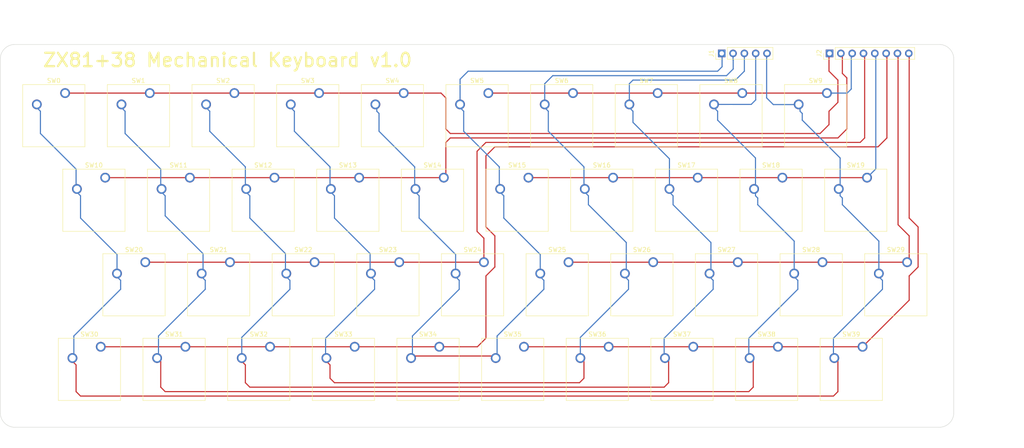
<source format=kicad_pcb>
(kicad_pcb (version 20211014) (generator pcbnew)
  (title_block (title "ZX81 Mechanical Keyboard") (date "2023-06-13") (comment 1 "Provided under the MIT License (0 clause)") (comment 2 "Copyright 2022, Brian Swetland <swetland@frotz.net>"))
  (layers (0 "F.Cu" signal) (31 "B.Cu" signal) (34 "B.Paste" user) (35 "F.Paste" user) (36 "B.SilkS" user "B.Silkscreen") (37 "F.SilkS" user "F.Silkscreen") (38 "B.Mask" user) (39 "F.Mask" user) (44 "Edge.Cuts" user))
  (net 0 "")
  (net 1 "/KD4")
  (net 2 "/KD3")
  (net 3 "/KD2")
  (net 4 "/KD1")
  (net 5 "/KD0")
  (net 6 "/KA11")
  (net 7 "/KA10")
  (net 8 "/KA12")
  (net 9 "/KA9")
  (net 10 "/KA13")
  (net 11 "/KA8")
  (net 12 "/KA14")
  (net 13 "/KA15")
  (footprint "Button_Switch_Keyboard:SW_Cherry_MX_1.00u_PCB" (layer "F.Cu") (at 194.54 44.92)
    (fp_text reference "SW8")
    (fp_text value "9")
  )
  (footprint "Button_Switch_Keyboard:SW_Cherry_MX_1.00u_PCB" (layer "F.Cu") (at 89.54 63.92)
    (fp_text reference "SW12")
    (fp_text value "E")
  )
  (footprint "Button_Switch_Keyboard:SW_Cherry_MX_1.00u_PCB" (layer "F.Cu") (at 164.54 101.92)
    (fp_text reference "SW36")
    (fp_text value "N")
  )
  (footprint "Button_Switch_Keyboard:SW_Cherry_MX_1.00u_PCB" (layer "F.Cu") (at 98.54 82.92)
    (fp_text reference "SW22")
    (fp_text value "D")
  )
  (footprint "Button_Switch_Keyboard:SW_Cherry_MX_1.00u_PCB" (layer "F.Cu") (at 136.54 82.92)
    (fp_text reference "SW24")
    (fp_text value "G")
  )
  (footprint "Button_Switch_Keyboard:SW_Cherry_MX_1.00u_PCB" (layer "F.Cu") (at 203.54 63.92)
    (fp_text reference "SW18")
    (fp_text value "O")
  )
  (footprint "MountingHole:MountingHole_3.2mm_M3" (layer "F.Cu") (at 238 116)
    (fp_text reference "H4" hide)
    (fp_text value "MountingHole" hide)
  )
  (footprint "Button_Switch_Keyboard:SW_Cherry_MX_1.00u_PCB" (layer "F.Cu") (at 69.54 101.92)
    (fp_text reference "SW31")
    (fp_text value "Z")
  )
  (footprint "Button_Switch_Keyboard:SW_Cherry_MX_1.00u_PCB" (layer "F.Cu") (at 174.54 82.92)
    (fp_text reference "SW26")
    (fp_text value "J")
  )
  (footprint "Button_Switch_Keyboard:SW_Cherry_MX_1.00u_PCB" (layer "F.Cu") (at 212.54 82.92)
    (fp_text reference "SW28")
    (fp_text value "L")
  )
  (footprint "MountingHole:MountingHole_3.2mm_M3" (layer "F.Cu") (at 32 38)
    (fp_text reference "H1" hide)
    (fp_text value "MountingHole" hide)
  )
  (footprint "Connector_PinHeader_2.54mm:PinHeader_1x08_P2.54mm_Vertical" (layer "F.Cu") (at 214.125 36 90)
    (fp_text reference "J2")
    (fp_text value "Conn_01x08" hide)
  )
  (footprint "Button_Switch_Keyboard:SW_Cherry_MX_1.00u_PCB" (layer "F.Cu") (at 70.54 63.92)
    (fp_text reference "SW11")
    (fp_text value "W")
  )
  (footprint "Button_Switch_Keyboard:SW_Cherry_MX_1.00u_PCB" (layer "F.Cu") (at 155.54 82.92)
    (fp_text reference "SW25")
    (fp_text value "H")
  )
  (footprint "Button_Switch_Keyboard:SW_Cherry_MX_1.00u_PCB" (layer "F.Cu") (at 50.54 101.92)
    (fp_text reference "SW30")
    (fp_text value "SHIFT")
  )
  (footprint "Button_Switch_Keyboard:SW_Cherry_MX_1.00u_PCB" (layer "F.Cu") (at 202.54 101.92)
    (fp_text reference "SW38")
    (fp_text value "DOT")
  )
  (footprint "Button_Switch_Keyboard:SW_Cherry_MX_1.00u_PCB" (layer "F.Cu") (at 118.54 44.92)
    (fp_text reference "SW4")
    (fp_text value "5")
  )
  (footprint "Connector_PinHeader_2.54mm:PinHeader_1x05_P2.54mm_Vertical" (layer "F.Cu") (at 189.925 36 90)
    (fp_text reference "J1")
    (fp_text value "Conn_01x05" hide)
  )
  (footprint "Button_Switch_Keyboard:SW_Cherry_MX_1.00u_PCB" (layer "F.Cu") (at 146.54 63.92)
    (fp_text reference "SW15")
    (fp_text value "Y")
  )
  (footprint "Button_Switch_Keyboard:SW_Cherry_MX_1.00u_PCB" (layer "F.Cu") (at 127.54 63.92)
    (fp_text reference "SW14")
    (fp_text value "T")
  )
  (footprint "Button_Switch_Keyboard:SW_Cherry_MX_1.00u_PCB" (layer "F.Cu") (at 61.54 44.92)
    (fp_text reference "SW1")
    (fp_text value "2")
  )
  (footprint "Button_Switch_Keyboard:SW_Cherry_MX_1.00u_PCB" (layer "F.Cu") (at 108.54 63.92)
    (fp_text reference "SW13")
    (fp_text value "R")
  )
  (footprint "Button_Switch_Keyboard:SW_Cherry_MX_1.00u_PCB" (layer "F.Cu") (at 88.54 101.92)
    (fp_text reference "SW32")
    (fp_text value "X")
  )
  (footprint "Button_Switch_Keyboard:SW_Cherry_MX_1.00u_PCB" (layer "F.Cu") (at 107.54 101.92)
    (fp_text reference "SW33")
    (fp_text value "C")
  )
  (footprint "Button_Switch_Keyboard:SW_Cherry_MX_1.00u_PCB" (layer "F.Cu") (at 184.54 63.92)
    (fp_text reference "SW17")
    (fp_text value "I")
  )
  (footprint "Button_Switch_Keyboard:SW_Cherry_MX_1.00u_PCB" (layer "F.Cu") (at 42.54 44.92)
    (fp_text reference "SW0")
    (fp_text value "1")
  )
  (footprint "Button_Switch_Keyboard:SW_Cherry_MX_1.00u_PCB" (layer "F.Cu") (at 221.54 101.92)
    (fp_text reference "SW39")
    (fp_text value "SPACE")
  )
  (footprint "Button_Switch_Keyboard:SW_Cherry_MX_1.00u_PCB" (layer "F.Cu") (at 79.54 82.92)
    (fp_text reference "SW21")
    (fp_text value "S")
  )
  (footprint "Button_Switch_Keyboard:SW_Cherry_MX_1.00u_PCB" (layer "F.Cu") (at 231.54 82.92)
    (fp_text reference "SW29")
    (fp_text value "NEWLINE")
  )
  (footprint "Button_Switch_Keyboard:SW_Cherry_MX_1.00u_PCB" (layer "F.Cu") (at 117.54 82.92)
    (fp_text reference "SW23")
    (fp_text value "F")
  )
  (footprint "Button_Switch_Keyboard:SW_Cherry_MX_1.00u_PCB" (layer "F.Cu") (at 126.54 101.92)
    (fp_text reference "SW34")
    (fp_text value "V")
  )
  (footprint "Button_Switch_Keyboard:SW_Cherry_MX_1.00u_PCB" (layer "F.Cu") (at 222.54 63.92)
    (fp_text reference "SW19")
    (fp_text value "P")
  )
  (footprint "MountingHole:MountingHole_3.2mm_M3" (layer "F.Cu") (at 32 116)
    (fp_text reference "H2" hide)
    (fp_text value "MountingHole" hide)
  )
  (footprint "Button_Switch_Keyboard:SW_Cherry_MX_1.00u_PCB" (layer "F.Cu") (at 80.54 44.92)
    (fp_text reference "SW2")
    (fp_text value "3")
  )
  (footprint "Button_Switch_Keyboard:SW_Cherry_MX_1.00u_PCB" (layer "F.Cu") (at 137.54 44.92)
    (fp_text reference "SW5")
    (fp_text value "6")
  )
  (footprint "Button_Switch_Keyboard:SW_Cherry_MX_1.00u_PCB" (layer "F.Cu") (at 156.54 44.92)
    (fp_text reference "SW6")
    (fp_text value "7")
  )
  (footprint "MountingHole:MountingHole_3.2mm_M3" (layer "F.Cu") (at 238 38)
    (fp_text reference "H3" hide)
    (fp_text value "MountingHole" hide)
  )
  (footprint "Button_Switch_Keyboard:SW_Cherry_MX_1.00u_PCB" (layer "F.Cu") (at 183.54 101.92)
    (fp_text reference "SW37")
    (fp_text value "M")
  )
  (footprint "Button_Switch_Keyboard:SW_Cherry_MX_1.00u_PCB" (layer "F.Cu") (at 165.54 63.92)
    (fp_text reference "SW16")
    (fp_text value "U")
  )
  (footprint "Button_Switch_Keyboard:SW_Cherry_MX_1.00u_PCB" (layer "F.Cu") (at 193.54 82.92)
    (fp_text reference "SW27")
    (fp_text value "K")
  )
  (footprint "Button_Switch_Keyboard:SW_Cherry_MX_1.00u_PCB" (layer "F.Cu") (at 60.54 82.92)
    (fp_text reference "SW20")
    (fp_text value "A")
  )
  (footprint "Button_Switch_Keyboard:SW_Cherry_MX_1.00u_PCB" (layer "F.Cu") (at 99.54 44.92)
    (fp_text reference "SW3")
    (fp_text value "4")
  )
  (footprint "Button_Switch_Keyboard:SW_Cherry_MX_1.00u_PCB" (layer "F.Cu") (at 145.54 101.92)
    (fp_text reference "SW35")
    (fp_text value "B")
  )
  (footprint "Button_Switch_Keyboard:SW_Cherry_MX_1.00u_PCB" (layer "F.Cu") (at 175.54 44.92)
    (fp_text reference "SW7")
    (fp_text value "8")
  )
  (footprint "Button_Switch_Keyboard:SW_Cherry_MX_1.00u_PCB" (layer "F.Cu") (at 213.54 44.92)
    (fp_text reference "SW9")
    (fp_text value "0")
  )
  (footprint "Button_Switch_Keyboard:SW_Cherry_MX_1.00u_PCB" (layer "F.Cu") (at 51.54 63.92)
    (fp_text reference "SW10")
    (fp_text value "Q")
  )
  (gr_arc (start 28 37) (mid 28.948576 34.948576) (end 31 34) (layer "Edge.Cuts") (width 0.1))
  (gr_line (start 242 37) (end 242 117) (layer "Edge.Cuts") (width 0.1))
  (gr_arc (start 239 34) (mid 241.051423 34.948576) (end 242 37) (layer "Edge.Cuts") (width 0.1))
  (gr_line (start 31 34) (end 239 34) (layer "Edge.Cuts") (width 0.1))
  (gr_line (start 28 37) (end 28 117) (layer "Edge.Cuts") (width 0.1))
  (gr_line (start 239 120) (end 31 120) (layer "Edge.Cuts") (width 0.1))
  (gr_arc (start 31 120) (mid 28.948576 119.051424) (end 28 117) (layer "Edge.Cuts") (width 0.1))
  (gr_arc (start 242 117) (mid 241.051423 119.051423) (end 239 120) (layer "Edge.Cuts") (width 0.1))
  (gr_text "ZX81+38 Mechanical Keyboard v1.0" (at 79 37.5) (layer "F.SilkS") (effects (font (size 3 3) (thickness 0.5))))
  (segment (start 120.19 104.46) (end 120.54 104.46) (width 0.25) (layer "F.Cu") (net 1))
  (segment (start 138.73 104) (end 139.19 104.46) (width 0.25) (layer "F.Cu") (net 1))
  (segment (start 120.54 104.46) (end 121 104) (width 0.25) (layer "F.Cu") (net 1))
  (segment (start 121 104) (end 138.73 104) (width 0.25) (layer "F.Cu") (net 1))
  (segment (start 149.19 86.19) (end 150 87) (width 0.25) (layer "B.Cu") (net 1))
  (segment (start 140 61.5) (end 140 66.27) (width 0.25) (layer "B.Cu") (net 1))
  (segment (start 130.19 85.46) (end 130.19 86.19) (width 0.25) (layer "B.Cu") (net 1))
  (segment (start 112.5 49) (end 112.5 47.77) (width 0.25) (layer "B.Cu") (net 1))
  (segment (start 189 40) (end 190 39) (width 0.25) (layer "B.Cu") (net 1))
  (segment (start 121 61.5) (end 113 53.5) (width 0.25) (layer "B.Cu") (net 1))
  (segment (start 120.5 104.15) (end 120.19 104.46) (width 0.25) (layer "B.Cu") (net 1))
  (segment (start 113 49.5) (end 112.5 49) (width 0.25) (layer "B.Cu") (net 1))
  (segment (start 130.19 86.19) (end 131 87) (width 0.25) (layer "B.Cu") (net 1))
  (segment (start 131 87) (end 131 89) (width 0.25) (layer "B.Cu") (net 1))
  (segment (start 141 73) (end 149.19 81.19) (width 0.25) (layer "B.Cu") (net 1))
  (segment (start 132 49) (end 132 53.5) (width 0.25) (layer "B.Cu") (net 1))
  (segment (start 112.5 47.77) (end 112.19 47.46) (width 0.25) (layer "B.Cu") (net 1))
  (segment (start 150 89) (end 139.5 99.5) (width 0.25) (layer "B.Cu") (net 1))
  (segment (start 121.19 67.19) (end 122 68) (width 0.25) (layer "B.Cu") (net 1))
  (segment (start 131.19 47.46) (end 131.19 41.81) (width 0.25) (layer "B.Cu") (net 1))
  (segment (start 140.19 67.19) (end 141 68) (width 0.25) (layer "B.Cu") (net 1))
  (segment (start 121 66.27) (end 121 61.5) (width 0.25) (layer "B.Cu") (net 1))
  (segment (start 140 66.27) (end 140.19 66.46) (width 0.25) (layer "B.Cu") (net 1))
  (segment (start 139.5 104.15) (end 139.19 104.46) (width 0.25) (layer "B.Cu") (net 1))
  (segment (start 113 53.5) (end 113 49.5) (width 0.25) (layer "B.Cu") (net 1))
  (segment (start 131.19 41.81) (end 133 40) (width 0.25) (layer "B.Cu") (net 1))
  (segment (start 122 73) (end 130.19 81.19) (width 0.25) (layer "B.Cu") (net 1))
  (segment (start 121.19 66.46) (end 121 66.27) (width 0.25) (layer "B.Cu") (net 1))
  (segment (start 149.19 85.46) (end 149.19 86.19) (width 0.25) (layer "B.Cu") (net 1))
  (segment (start 120.5 99.5) (end 120.5 104.15) (width 0.25) (layer "B.Cu") (net 1))
  (segment (start 140.19 66.46) (end 140.19 67.19) (width 0.25) (layer "B.Cu") (net 1))
  (segment (start 190 36.075) (end 189.925 36) (width 0.25) (layer "B.Cu") (net 1))
  (segment (start 131.19 47.46) (end 131.19 48.19) (width 0.25) (layer "B.Cu") (net 1))
  (segment (start 141 68) (end 141 73) (width 0.25) (layer "B.Cu") (net 1))
  (segment (start 131 89) (end 120.5 99.5) (width 0.25) (layer "B.Cu") (net 1))
  (segment (start 130.19 81.19) (end 130.19 85.46) (width 0.25) (layer "B.Cu") (net 1))
  (segment (start 149.19 81.19) (end 149.19 85.46) (width 0.25) (layer "B.Cu") (net 1))
  (segment (start 131.19 48.19) (end 132 49) (width 0.25) (layer "B.Cu") (net 1))
  (segment (start 133 40) (end 189 40) (width 0.25) (layer "B.Cu") (net 1))
  (segment (start 122 68) (end 122 73) (width 0.25) (layer "B.Cu") (net 1))
  (segment (start 139.5 99.5) (end 139.5 104.15) (width 0.25) (layer "B.Cu") (net 1))
  (segment (start 190 39) (end 190 36.075) (width 0.25) (layer "B.Cu") (net 1))
  (segment (start 121.19 66.46) (end 121.19 67.19) (width 0.25) (layer "B.Cu") (net 1))
  (segment (start 132 53.5) (end 140 61.5) (width 0.25) (layer "B.Cu") (net 1))
  (segment (start 150 87) (end 150 89) (width 0.25) (layer "B.Cu") (net 1))
  (segment (start 101.19 105.19) (end 102 106) (width 0.25) (layer "F.Cu") (net 2))
  (segment (start 102 109) (end 103 110) (width 0.25) (layer "F.Cu") (net 2))
  (segment (start 159 105.27) (end 158.19 104.46) (width 0.25) (layer "F.Cu") (net 2))
  (segment (start 103 110) (end 158 110) (width 0.25) (layer "F.Cu") (net 2))
  (segment (start 102 106) (end 102 109) (width 0.25) (layer "F.Cu") (net 2))
  (segment (start 159 109) (end 159 105.27) (width 0.25) (layer "F.Cu") (net 2))
  (segment (start 101.19 104.46) (end 101.19 105.19) (width 0.25) (layer "F.Cu") (net 2))
  (segment (start 158 110) (end 159 109) (width 0.25) (layer "F.Cu") (net 2))
  (segment (start 169 89) (end 158.19 99.81) (width 0.25) (layer "B.Cu") (net 2))
  (segment (start 102.19 67.19) (end 103 68) (width 0.25) (layer "B.Cu") (net 2))
  (segment (start 160 70) (end 168.5 78.5) (width 0.25) (layer "B.Cu") (net 2))
  (segment (start 103 73) (end 111 81) (width 0.25) (layer "B.Cu") (net 2))
  (segment (start 93.19 48.19) (end 94 49) (width 0.25) (layer "B.Cu") (net 2))
  (segment (start 168.5 85.15) (end 168.19 85.46) (width 0.25) (layer "B.Cu") (net 2))
  (segment (start 150.19 42.81) (end 152 41) (width 0.25) (layer "B.Cu") (net 2))
  (segment (start 151 49) (end 151 53.5) (width 0.25) (layer "B.Cu") (net 2))
  (segment (start 93.19 47.46) (end 93.19 48.19) (width 0.25) (layer "B.Cu") (net 2))
  (segment (start 94 53.5) (end 102 61.5) (width 0.25) (layer "B.Cu") (net 2))
  (segment (start 102.19 66.46) (end 102.19 67.19) (width 0.25) (layer "B.Cu") (net 2))
  (segment (start 168.5 78.5) (end 168.5 85.15) (width 0.25) (layer "B.Cu") (net 2))
  (segment (start 159.19 67.19) (end 160 68) (width 0.25) (layer "B.Cu") (net 2))
  (segment (start 192.465 37.465) (end 192.465 36) (width 0.25) (layer "B.Cu") (net 2))
  (segment (start 102 66.27) (end 102.19 66.46) (width 0.25) (layer "B.Cu") (net 2))
  (segment (start 192.5 39.5) (end 192.5 37.5) (width 0.25) (layer "B.Cu") (net 2))
  (segment (start 159 66.27) (end 159.19 66.46) (width 0.25) (layer "B.Cu") (net 2))
  (segment (start 111 81) (end 111 85.27) (width 0.25) (layer "B.Cu") (net 2))
  (segment (start 101 100) (end 101 104.27) (width 0.25) (layer "B.Cu") (net 2))
  (segment (start 160 68) (end 160 70) (width 0.25) (layer "B.Cu") (net 2))
  (segment (start 191 41) (end 192.5 39.5) (width 0.25) (layer "B.Cu") (net 2))
  (segment (start 168.19 86.19) (end 169 87) (width 0.25) (layer "B.Cu") (net 2))
  (segment (start 168.19 85.46) (end 168.19 86.19) (width 0.25) (layer "B.Cu") (net 2))
  (segment (start 152 41) (end 191 41) (width 0.25) (layer "B.Cu") (net 2))
  (segment (start 150.19 47.46) (end 150.19 42.81) (width 0.25) (layer "B.Cu") (net 2))
  (segment (start 158.19 99.81) (end 158.19 104.46) (width 0.25) (layer "B.Cu") (net 2))
  (segment (start 192.5 37.5) (end 192.465 37.465) (width 0.25) (layer "B.Cu") (net 2))
  (segment (start 169 87) (end 169 89) (width 0.25) (layer "B.Cu") (net 2))
  (segment (start 101 104.27) (end 101.19 104.46) (width 0.25) (layer "B.Cu") (net 2))
  (segment (start 151 53.5) (end 159 61.5) (width 0.25) (layer "B.Cu") (net 2))
  (segment (start 159.19 66.46) (end 159.19 67.19) (width 0.25) (layer "B.Cu") (net 2))
  (segment (start 112 87) (end 112 89) (width 0.25) (layer "B.Cu") (net 2))
  (segment (start 111.19 85.46) (end 111.19 86.19) (width 0.25) (layer "B.Cu") (net 2))
  (segment (start 103 68) (end 103 73) (width 0.25) (layer "B.Cu") (net 2))
  (segment (start 94 49) (end 94 53.5) (width 0.25) (layer "B.Cu") (net 2))
  (segment (start 150.19 47.46) (end 150.19 48.19) (width 0.25) (layer "B.Cu") (net 2))
  (segment (start 102 61.5) (end 102 66.27) (width 0.25) (layer "B.Cu") (net 2))
  (segment (start 159 61.5) (end 159 66.27) (width 0.25) (layer "B.Cu") (net 2))
  (segment (start 111 85.27) (end 111.19 85.46) (width 0.25) (layer "B.Cu") (net 2))
  (segment (start 111.19 86.19) (end 112 87) (width 0.25) (layer "B.Cu") (net 2))
  (segment (start 150.19 48.19) (end 151 49) (width 0.25) (layer "B.Cu") (net 2))
  (segment (start 112 89) (end 101 100) (width 0.25) (layer "B.Cu") (net 2))
  (segment (start 178 110) (end 178 105.27) (width 0.25) (layer "F.Cu") (net 3))
  (segment (start 177 111) (end 178 110) (width 0.25) (layer "F.Cu") (net 3))
  (segment (start 82.19 105.19) (end 83 106) (width 0.25) (layer "F.Cu") (net 3))
  (segment (start 83 110) (end 84 111) (width 0.25) (layer "F.Cu") (net 3))
  (segment (start 82.19 104.46) (end 82.19 105.19) (width 0.25) (layer "F.Cu") (net 3))
  (segment (start 83 106) (end 83 110) (width 0.25) (layer "F.Cu") (net 3))
  (segment (start 84 111) (end 177 111) (width 0.25) (layer "F.Cu") (net 3))
  (segment (start 178 105.27) (end 177.19 104.46) (width 0.25) (layer "F.Cu") (net 3))
  (segment (start 74.19 47.46) (end 74.19 48.19) (width 0.25) (layer "B.Cu") (net 3))
  (segment (start 92.19 85.46) (end 92.19 86.19) (width 0.25) (layer "B.Cu") (net 3))
  (segment (start 169.19 47.46) (end 169.19 48.19) (width 0.25) (layer "B.Cu") (net 3))
  (segment (start 169.19 42.81) (end 170 42) (width 0.25) (layer "B.Cu") (net 3))
  (segment (start 178.19 59.69) (end 178.19 66.46) (width 0.25) (layer "B.Cu") (net 3))
  (segment (start 169.19 47.46) (end 169.19 42.81) (width 0.25) (layer "B.Cu") (net 3))
  (segment (start 178.19 66.46) (end 178.19 67.19) (width 0.25) (layer "B.Cu") (net 3))
  (segment (start 195.005 39.995) (end 195.005 36) (width 0.25) (layer "B.Cu") (net 3))
  (segment (start 83.19 67.19) (end 84 68) (width 0.25) (layer "B.Cu") (net 3))
  (segment (start 93 87) (end 93 89) (width 0.25) (layer "B.Cu") (net 3))
  (segment (start 187.19 86.19) (end 188 87) (width 0.25) (layer "B.Cu") (net 3))
  (segment (start 92 81) (end 92 85.27) (width 0.25) (layer "B.Cu") (net 3))
  (segment (start 92.19 86.19) (end 93 87) (width 0.25) (layer "B.Cu") (net 3))
  (segment (start 178.19 67.19) (end 179 68) (width 0.25) (layer "B.Cu") (net 3))
  (segment (start 187.5 78.5) (end 187.5 85.15) (width 0.25) (layer "B.Cu") (net 3))
  (segment (start 84 73) (end 92 81) (width 0.25) (layer "B.Cu") (net 3))
  (segment (start 187.19 85.46) (end 187.19 86.19) (width 0.25) (layer "B.Cu") (net 3))
  (segment (start 179 70) (end 187.5 78.5) (width 0.25) (layer "B.Cu") (net 3))
  (segment (start 179 68) (end 179 70) (width 0.25) (layer "B.Cu") (net 3))
  (segment (start 188 89) (end 177 100) (width 0.25) (layer "B.Cu") (net 3))
  (segment (start 82.19 99.81) (end 82.19 104.46) (width 0.25) (layer "B.Cu") (net 3))
  (segment (start 177 104.27) (end 177.19 104.46) (width 0.25) (layer "B.Cu") (net 3))
  (segment (start 83 61.5) (end 83 66.27) (width 0.25) (layer "B.Cu") (net 3))
  (segment (start 177 100) (end 177 104.27) (width 0.25) (layer "B.Cu") (net 3))
  (segment (start 84 68) (end 84 73) (width 0.25) (layer "B.Cu") (net 3))
  (segment (start 169.19 48.19) (end 170 49) (width 0.25) (layer "B.Cu") (net 3))
  (segment (start 193 42) (end 195.005 39.995) (width 0.25) (layer "B.Cu") (net 3))
  (segment (start 170 51.5) (end 178.19 59.69) (width 0.25) (layer "B.Cu") (net 3))
  (segment (start 188 87) (end 188 89) (width 0.25) (layer "B.Cu") (net 3))
  (segment (start 83 66.27) (end 83.19 66.46) (width 0.25) (layer "B.Cu") (net 3))
  (segment (start 75 49) (end 75 53.5) (width 0.25) (layer "B.Cu") (net 3))
  (segment (start 187.5 85.15) (end 187.19 85.46) (width 0.25) (layer "B.Cu") (net 3))
  (segment (start 93 89) (end 82.19 99.81) (width 0.25) (layer "B.Cu") (net 3))
  (segment (start 170 42) (end 193 42) (width 0.25) (layer "B.Cu") (net 3))
  (segment (start 83.19 66.46) (end 83.19 67.19) (width 0.25) (layer "B.Cu") (net 3))
  (segment (start 92 85.27) (end 92.19 85.46) (width 0.25) (layer "B.Cu") (net 3))
  (segment (start 75 53.5) (end 83 61.5) (width 0.25) (layer "B.Cu") (net 3))
  (segment (start 170 49) (end 170 51.5) (width 0.25) (layer "B.Cu") (net 3))
  (segment (start 74.19 48.19) (end 75 49) (width 0.25) (layer "B.Cu") (net 3))
  (segment (start 64 105.27) (end 63.19 104.46) (width 0.25) (layer "F.Cu") (net 4))
  (segment (start 197 105) (end 197 111) (width 0.25) (layer "F.Cu") (net 4))
  (segment (start 196.46 104.46) (end 197 105) (width 0.25) (layer "F.Cu") (net 4))
  (segment (start 64 111) (end 64 105.27) (width 0.25) (layer "F.Cu") (net 4))
  (segment (start 65 112) (end 64 111) (width 0.25) (layer "F.Cu") (net 4))
  (segment (start 196 112) (end 65 112) (width 0.25) (layer "F.Cu") (net 4))
  (segment (start 196.19 104.46) (end 196.46 104.46) (width 0.25) (layer "F.Cu") (net 4))
  (segment (start 197 111) (end 196 112) (width 0.25) (layer "F.Cu") (net 4))
  (segment (start 73.19 86.19) (end 74 87) (width 0.25) (layer "B.Cu") (net 4))
  (segment (start 74 89) (end 63.5 99.5) (width 0.25) (layer "B.Cu") (net 4))
  (segment (start 188.19 47.46) (end 196.54 47.46) (width 0.25) (layer "B.Cu") (net 4))
  (segment (start 207 89) (end 196 100) (width 0.25) (layer "B.Cu") (net 4))
  (segment (start 206.19 85.46) (end 206.19 78.19) (width 0.25) (layer "B.Cu") (net 4))
  (segment (start 73.5 85.15) (end 73.19 85.46) (width 0.25) (layer "B.Cu") (net 4))
  (segment (start 197.5 68) (end 197.5 66.77) (width 0.25) (layer "B.Cu") (net 4))
  (segment (start 207 87) (end 207 89) (width 0.25) (layer "B.Cu") (net 4))
  (segment (start 206.19 86.19) (end 207 87) (width 0.25) (layer "B.Cu") (net 4))
  (segment (start 198 68.5) (end 197.5 68) (width 0.25) (layer "B.Cu") (net 4))
  (segment (start 197.5 66.15) (end 197.19 66.46) (width 0.25) (layer "B.Cu") (net 4))
  (segment (start 65 68) (end 65 72.5) (width 0.25) (layer "B.Cu") (net 4))
  (segment (start 64 62) (end 64 66.27) (width 0.25) (layer "B.Cu") (net 4))
  (segment (start 73.19 85.46) (end 73.19 86.19) (width 0.25) (layer "B.Cu") (net 4))
  (segment (start 63.5 99.5) (end 63.5 104.15) (width 0.25) (layer "B.Cu") (net 4))
  (segment (start 197.5 66.77) (end 197.19 66.46) (width 0.25) (layer "B.Cu") (net 4))
  (segment (start 56 49) (end 56 54) (width 0.25) (layer "B.Cu") (net 4))
  (segment (start 196 100) (end 196 104.27) (width 0.25) (layer "B.Cu") (net 4))
  (segment (start 56 54) (end 64 62) (width 0.25) (layer "B.Cu") (net 4))
  (segment (start 64 66.27) (end 64.19 66.46) (width 0.25) (layer "B.Cu") (net 4))
  (segment (start 74 87) (end 74 89) (width 0.25) (layer "B.Cu") (net 4))
  (segment (start 198 68.5) (end 198 70) (width 0.25) (layer "B.Cu") (net 4))
  (segment (start 64.19 67.19) (end 65 68) (width 0.25) (layer "B.Cu") (net 4))
  (segment (start 206.19 85.46) (end 206.19 86.19) (width 0.25) (layer "B.Cu") (net 4))
  (segment (start 64.19 66.46) (end 64.19 67.19) (width 0.25) (layer "B.Cu") (net 4))
  (segment (start 196.54 47.46) (end 197.545 46.455) (width 0.25) (layer "B.Cu") (net 4))
  (segment (start 73.5 81) (end 73.5 85.15) (width 0.25) (layer "B.Cu") (net 4))
  (segment (start 197.545 46.455) (end 197.545 36) (width 0.25) (layer "B.Cu") (net 4))
  (segment (start 188.19 48.19) (end 189 49) (width 0.25) (layer "B.Cu") (net 4))
  (segment (start 189 49) (end 189 51) (width 0.25) (layer "B.Cu") (net 4))
  (segment (start 55.19 47.46) (end 55.19 48.19) (width 0.25) (layer "B.Cu") (net 4))
  (segment (start 197.5 59.5) (end 197.5 66.15) (width 0.25) (layer "B.Cu") (net 4))
  (segment (start 55.19 48.19) (end 56 49) (width 0.25) (layer "B.Cu") (net 4))
  (segment (start 65 72.5) (end 73.5 81) (width 0.25) (layer "B.Cu") (net 4))
  (segment (start 188.19 47.46) (end 188.19 48.19) (width 0.25) (layer "B.Cu") (net 4))
  (segment (start 196 104.27) (end 196.19 104.46) (width 0.25) (layer "B.Cu") (net 4))
  (segment (start 206.19 78.19) (end 198 70) (width 0.25) (layer "B.Cu") (net 4))
  (segment (start 63.5 104.15) (end 63.19 104.46) (width 0.25) (layer "B.Cu") (net 4))
  (segment (start 189 51) (end 197.5 59.5) (width 0.25) (layer "B.Cu") (net 4))
  (segment (start 216 112) (end 216 105.27) (width 0.25) (layer "F.Cu") (net 5))
  (segment (start 44.19 104.46) (end 44.19 105.19) (width 0.25) (layer "F.Cu") (net 5))
  (segment (start 46 113) (end 215 113) (width 0.25) (layer "F.Cu") (net 5))
  (segment (start 44.19 105.19) (end 45 106) (width 0.25) (layer "F.Cu") (net 5))
  (segment (start 45 106) (end 45 112) (width 0.25) (layer "F.Cu") (net 5))
  (segment (start 45 112) (end 46 113) (width 0.25) (layer "F.Cu") (net 5))
  (segment (start 215 113) (end 216 112) (width 0.25) (layer "F.Cu") (net 5))
  (segment (start 216 105.27) (end 215.19 104.46) (width 0.25) (layer "F.Cu") (net 5))
  (segment (start 215 100) (end 215 104.27) (width 0.25) (layer "B.Cu") (net 5))
  (segment (start 55 89) (end 44.5 99.5) (width 0.25) (layer "B.Cu") (net 5))
  (segment (start 45 62) (end 45 66.27) (width 0.25) (layer "B.Cu") (net 5))
  (segment (start 200 36.085) (end 200.085 36) (width 0.25) (layer "B.Cu") (net 5))
  (segment (start 54.19 86.19) (end 55 87) (width 0.25) (layer "B.Cu") (net 5))
  (segment (start 217 70) (end 217 68.5) (width 0.25) (layer "B.Cu") (net 5))
  (segment (start 55 87) (end 55 89) (width 0.25) (layer "B.Cu") (net 5))
  (segment (start 207.19 47.46) (end 207.15 47.5) (width 0.25) (layer "B.Cu") (net 5))
  (segment (start 44.5 99.5) (end 44.5 104.15) (width 0.25) (layer "B.Cu") (net 5))
  (segment (start 46 73) (end 54.19 81.19) (width 0.25) (layer "B.Cu") (net 5))
  (segment (start 36.19 48.19) (end 37 49) (width 0.25) (layer "B.Cu") (net 5))
  (segment (start 45.19 67.19) (end 46 68) (width 0.25) (layer "B.Cu") (net 5))
  (segment (start 225.19 78.19) (end 217 70) (width 0.25) (layer "B.Cu") (net 5))
  (segment (start 37 49) (end 37 54) (width 0.25) (layer "B.Cu") (net 5))
  (segment (start 216.5 59.5) (end 208 51) (width 0.25) (layer "B.Cu") (net 5))
  (segment (start 54.19 81.19) (end 54.19 85.46) (width 0.25) (layer "B.Cu") (net 5))
  (segment (start 54.19 85.46) (end 54.19 86.19) (width 0.25) (layer "B.Cu") (net 5))
  (segment (start 45 66.27) (end 45.19 66.46) (width 0.25) (layer "B.Cu") (net 5))
  (segment (start 46 68) (end 46 73) (width 0.25) (layer "B.Cu") (net 5))
  (segment (start 226 89) (end 215 100) (width 0.25) (layer "B.Cu") (net 5))
  (segment (start 226 87) (end 226 89) (width 0.25) (layer "B.Cu") (net 5))
  (segment (start 200 46) (end 200 36.085) (width 0.25) (layer "B.Cu") (net 5))
  (segment (start 225.19 86.19) (end 226 87) (width 0.25) (layer "B.Cu") (net 5))
  (segment (start 207.5 49) (end 207.5 47.77) (width 0.25) (layer "B.Cu") (net 5))
  (segment (start 216.5 66.15) (end 216.5 59.5) (width 0.25) (layer "B.Cu") (net 5))
  (segment (start 36.19 47.46) (end 36.19 48.19) (width 0.25) (layer "B.Cu") (net 5))
  (segment (start 208 49.5) (end 207.5 49) (width 0.25) (layer "B.Cu") (net 5))
  (segment (start 225.19 85.46) (end 225.19 86.19) (width 0.25) (layer "B.Cu") (net 5))
  (segment (start 225.19 85.46) (end 225.19 78.19) (width 0.25) (layer "B.Cu") (net 5))
  (segment (start 207.5 47.77) (end 207.19 47.46) (width 0.25) (layer "B.Cu") (net 5))
  (segment (start 208 51) (end 208 49.5) (width 0.25) (layer "B.Cu") (net 5))
  (segment (start 216.19 66.46) (end 216.5 66.15) (width 0.25) (layer "B.Cu") (net 5))
  (segment (start 217 68.5) (end 216.5 68) (width 0.25) (layer "B.Cu") (net 5))
  (segment (start 207.15 47.5) (end 201.5 47.5) (width 0.25) (layer "B.Cu") (net 5))
  (segment (start 215 104.27) (end 215.19 104.46) (width 0.25) (layer "B.Cu") (net 5))
  (segment (start 37 54) (end 45 62) (width 0.25) (layer "B.Cu") (net 5))
  (segment (start 45.19 66.46) (end 45.19 67.19) (width 0.25) (layer "B.Cu") (net 5))
  (segment (start 216.5 68) (end 216.5 66.77) (width 0.25) (layer "B.Cu") (net 5))
  (segment (start 216.5 66.77) (end 216.19 66.46) (width 0.25) (layer "B.Cu") (net 5))
  (segment (start 201.5 47.5) (end 200 46) (width 0.25) (layer "B.Cu") (net 5))
  (segment (start 44.5 104.15) (end 44.19 104.46) (width 0.25) (layer "B.Cu") (net 5))
  (segment (start 128 46) (end 128 53) (width 0.25) (layer "F.Cu") (net 6))
  (segment (start 214 49) (end 216 47) (width 0.25) (layer "F.Cu") (net 6))
  (segment (start 212 54) (end 214 52) (width 0.25) (layer "F.Cu") (net 6))
  (segment (start 214 36.125) (end 214.125 36) (width 0.25) (layer "F.Cu") (net 6))
  (segment (start 99.54 44.92) (end 80.54 44.92) (width 0.25) (layer "F.Cu") (net 6))
  (segment (start 118.54 44.92) (end 99.54 44.92) (width 0.25) (layer "F.Cu") (net 6))
  (segment (start 128 53) (end 129 54) (width 0.25) (layer "F.Cu") (net 6))
  (segment (start 80.54 44.92) (end 61.54 44.92) (width 0.25) (layer "F.Cu") (net 6))
  (segment (start 216 42) (end 214 40) (width 0.25) (layer "F.Cu") (net 6))
  (segment (start 118.54 44.92) (end 126.92 44.92) (width 0.25) (layer "F.Cu") (net 6))
  (segment (start 216 47) (end 216 42) (width 0.25) (layer "F.Cu") (net 6))
  (segment (start 126.92 44.92) (end 128 46) (width 0.25) (layer "F.Cu") (net 6))
  (segment (start 214 40) (end 214 36.125) (width 0.25) (layer "F.Cu") (net 6))
  (segment (start 61.54 44.92) (end 42.54 44.92) (width 0.25) (layer "F.Cu") (net 6))
  (segment (start 129 54) (end 212 54) (width 0.25) (layer "F.Cu") (net 6))
  (segment (start 214 52) (end 214 49) (width 0.25) (layer "F.Cu") (net 6))
  (segment (start 128 56) (end 129 55) (width 0.25) (layer "F.Cu") (net 7))
  (segment (start 218 41.5) (end 217 40.5) (width 0.25) (layer "F.Cu") (net 7))
  (segment (start 218 53) (end 218 41.5) (width 0.25) (layer "F.Cu") (net 7))
  (segment (start 127.54 63.92) (end 108.54 63.92) (width 0.25) (layer "F.Cu") (net 7))
  (segment (start 108.54 63.92) (end 89.54 63.92) (width 0.25) (layer "F.Cu") (net 7))
  (segment (start 217 40.5) (end 217 36.335) (width 0.25) (layer "F.Cu") (net 7))
  (segment (start 128 63.46) (end 128 56) (width 0.25) (layer "F.Cu") (net 7))
  (segment (start 89.54 63.92) (end 70.54 63.92) (width 0.25) (layer "F.Cu") (net 7))
  (segment (start 217 36.335) (end 216.665 36) (width 0.25) (layer "F.Cu") (net 7))
  (segment (start 216 55) (end 218 53) (width 0.25) (layer "F.Cu") (net 7))
  (segment (start 129 55) (end 216 55) (width 0.25) (layer "F.Cu") (net 7))
  (segment (start 127.54 63.92) (end 128 63.46) (width 0.25) (layer "F.Cu") (net 7))
  (segment (start 70.54 63.92) (end 51.54 63.92) (width 0.25) (layer "F.Cu") (net 7))
  (segment (start 156.54 44.92) (end 137.54 44.92) (width 0.25) (layer "F.Cu") (net 8))
  (segment (start 213.54 44.92) (end 194.54 44.92) (width 0.25) (layer "F.Cu") (net 8))
  (segment (start 175.54 44.92) (end 156.54 44.92) (width 0.25) (layer "F.Cu") (net 8))
  (segment (start 194.54 44.92) (end 175.54 44.92) (width 0.25) (layer "F.Cu") (net 8))
  (segment (start 219 44) (end 219 36.205) (width 0.25) (layer "B.Cu") (net 8))
  (segment (start 219 36.205) (end 219.205 36) (width 0.25) (layer "B.Cu") (net 8))
  (segment (start 213.54 44.92) (end 218.08 44.92) (width 0.25) (layer "B.Cu") (net 8))
  (segment (start 218.08 44.92) (end 219 44) (width 0.25) (layer "B.Cu") (net 8))
  (segment (start 135 76) (end 135 58) (width 0.25) (layer "F.Cu") (net 9))
  (segment (start 136.54 82.92) (end 136.54 77.54) (width 0.25) (layer "F.Cu") (net 9))
  (segment (start 221 56) (end 222 55) (width 0.25) (layer "F.Cu") (net 9))
  (segment (start 60.54 82.92) (end 79.54 82.92) (width 0.25) (layer "F.Cu") (net 9))
  (segment (start 98.54 82.92) (end 117.54 82.92) (width 0.25) (layer "F.Cu") (net 9))
  (segment (start 79.54 82.92) (end 98.54 82.92) (width 0.25) (layer "F.Cu") (net 9))
  (segment (start 117.54 82.92) (end 136.54 82.92) (width 0.25) (layer "F.Cu") (net 9))
  (segment (start 222 55) (end 222 36.255) (width 0.25) (layer "F.Cu") (net 9))
  (segment (start 135 58) (end 137 56) (width 0.25) (layer "F.Cu") (net 9))
  (segment (start 136.54 77.54) (end 135 76) (width 0.25) (layer "F.Cu") (net 9))
  (segment (start 137 56) (end 221 56) (width 0.25) (layer "F.Cu") (net 9))
  (segment (start 222 36.255) (end 221.745 36) (width 0.25) (layer "F.Cu") (net 9))
  (segment (start 165.54 63.92) (end 184.54 63.92) (width 0.25) (layer "F.Cu") (net 10))
  (segment (start 203.54 63.92) (end 222.54 63.92) (width 0.25) (layer "F.Cu") (net 10))
  (segment (start 146.54 63.92) (end 165.54 63.92) (width 0.25) (layer "F.Cu") (net 10))
  (segment (start 184.54 63.92) (end 203.54 63.92) (width 0.25) (layer "F.Cu") (net 10))
  (segment (start 222.54 63.92) (end 224.5 61.96) (width 0.25) (layer "B.Cu") (net 10))
  (segment (start 224.5 61.96) (end 224.5 36.215) (width 0.25) (layer "B.Cu") (net 10))
  (segment (start 224.5 36.215) (end 224.285 36) (width 0.25) (layer "B.Cu") (net 10))
  (segment (start 69.54 101.92) (end 50.54 101.92) (width 0.25) (layer "F.Cu") (net 11))
  (segment (start 227 55) (end 227 36.175) (width 0.25) (layer "F.Cu") (net 11))
  (segment (start 135.08 101.92) (end 137 100) (width 0.25) (layer "F.Cu") (net 11))
  (segment (start 225 57) (end 227 55) (width 0.25) (layer "F.Cu") (net 11))
  (segment (start 137 59) (end 139 57) (width 0.25) (layer "F.Cu") (net 11))
  (segment (start 139 84) (end 139 77) (width 0.25) (layer "F.Cu") (net 11))
  (segment (start 139 77) (end 137 75) (width 0.25) (layer "F.Cu") (net 11))
  (segment (start 137 75) (end 137 59) (width 0.25) (layer "F.Cu") (net 11))
  (segment (start 107.54 101.92) (end 88.54 101.92) (width 0.25) (layer "F.Cu") (net 11))
  (segment (start 137 100) (end 137 86) (width 0.25) (layer "F.Cu") (net 11))
  (segment (start 227 36.175) (end 226.825 36) (width 0.25) (layer "F.Cu") (net 11))
  (segment (start 69.54 101.92) (end 88.54 101.92) (width 0.25) (layer "F.Cu") (net 11))
  (segment (start 139 57) (end 225 57) (width 0.25) (layer "F.Cu") (net 11))
  (segment (start 137 86) (end 139 84) (width 0.25) (layer "F.Cu") (net 11))
  (segment (start 126.54 101.92) (end 107.54 101.92) (width 0.25) (layer "F.Cu") (net 11))
  (segment (start 126.54 101.92) (end 135.08 101.92) (width 0.25) (layer "F.Cu") (net 11))
  (segment (start 231.54 82.92) (end 212.54 82.92) (width 0.25) (layer "F.Cu") (net 12))
  (segment (start 229.5 36.135) (end 229.365 36) (width 0.25) (layer "F.Cu") (net 12))
  (segment (start 193.54 82.92) (end 174.54 82.92) (width 0.25) (layer "F.Cu") (net 12))
  (segment (start 231.54 82.92) (end 231.54 82.46) (width 0.25) (layer "F.Cu") (net 12))
  (segment (start 231.54 82.46) (end 232 82) (width 0.25) (layer "F.Cu") (net 12))
  (segment (start 174.54 82.92) (end 155.54 82.92) (width 0.25) (layer "F.Cu") (net 12))
  (segment (start 232 77) (end 229.5 74.5) (width 0.25) (layer "F.Cu") (net 12))
  (segment (start 232 82) (end 232 77) (width 0.25) (layer "F.Cu") (net 12))
  (segment (start 229.5 74.5) (end 229.5 36.135) (width 0.25) (layer "F.Cu") (net 12))
  (segment (start 212.54 82.92) (end 193.54 82.92) (width 0.25) (layer "F.Cu") (net 12))
  (segment (start 234 84) (end 234 75) (width 0.25) (layer "F.Cu") (net 13))
  (segment (start 183.54 101.92) (end 202.54 101.92) (width 0.25) (layer "F.Cu") (net 13))
  (segment (start 232 91.46) (end 232 86) (width 0.25) (layer "F.Cu") (net 13))
  (segment (start 234 75) (end 232 73) (width 0.25) (layer "F.Cu") (net 13))
  (segment (start 232 73) (end 232 36.095) (width 0.25) (layer "F.Cu") (net 13))
  (segment (start 232 36.095) (end 231.905 36) (width 0.25) (layer "F.Cu") (net 13))
  (segment (start 202.54 101.92) (end 221.54 101.92) (width 0.25) (layer "F.Cu") (net 13))
  (segment (start 232 86) (end 234 84) (width 0.25) (layer "F.Cu") (net 13))
  (segment (start 145.54 101.92) (end 164.54 101.92) (width 0.25) (layer "F.Cu") (net 13))
  (segment (start 221.54 101.92) (end 232 91.46) (width 0.25) (layer "F.Cu") (net 13))
  (segment (start 164.54 101.92) (end 183.54 101.92) (width 0.25) (layer "F.Cu") (net 13))
)
</source>
